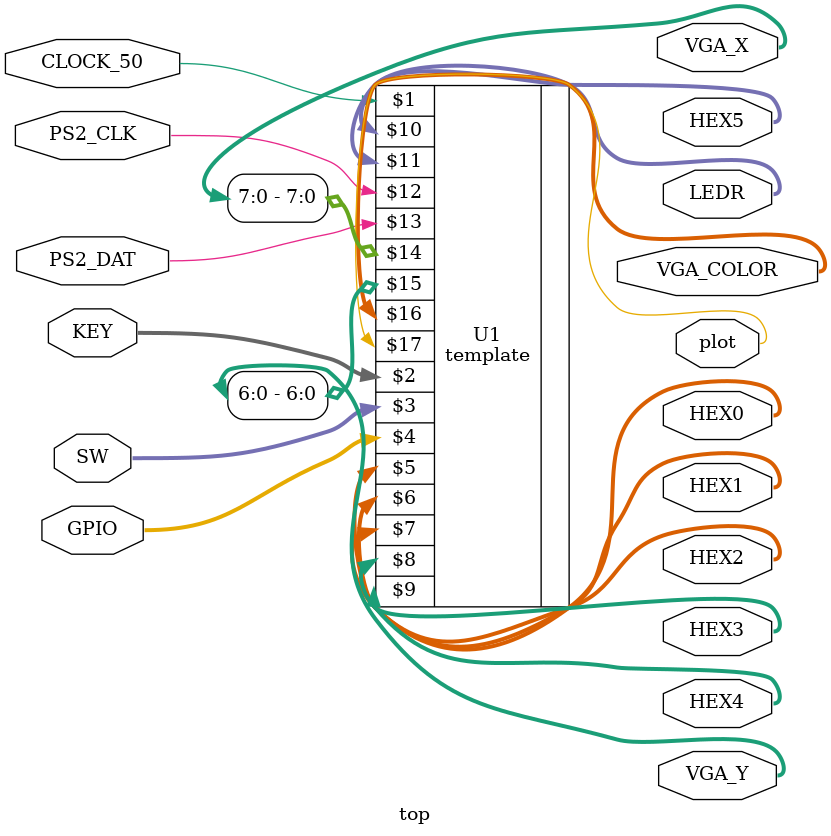
<source format=v>

`include "resolution.v" // determine VGA resolution
 
`default_nettype none

module top (CLOCK_50, KEY, SW, GPIO, HEX0, HEX1, HEX2, HEX3, HEX4, HEX5, LEDR,
            PS2_CLK, PS2_DAT, VGA_X, VGA_Y, VGA_COLOR, plot);


    input  wire         CLOCK_50;   // DE-series 50 MHz clock signal
    input  wire [ 3: 0] KEY;        // DE-series pushbuttons
    input  wire [ 9: 0] SW;         // DE-series switches
    inout  wire [31: 0] GPIO;       // DE-series 40-pin header
    output wire [ 6: 0] HEX0;       // DE-series HEX displays
    output wire [ 6: 0] HEX1;
    output wire [ 6: 0] HEX2;
    output wire [ 6: 0] HEX3;
    output wire [ 6: 0] HEX4;
    output wire [ 6: 0] HEX5;
    output wire [ 9: 0] LEDR;       // DE-series LEDs

    inout  wire         PS2_CLK;    // PS/2 Clock
    inout  wire         PS2_DAT;    // PS/2 Data

    output wire [ 9: 0] VGA_X;      // "VGA" column
    output wire [ 8: 0] VGA_Y;      // "VGA" row
    output wire [ 23: 0] VGA_COLOR; // "VGA pixel" colour (0-7)
    output wire         plot;       // "Pixel" is drawn when this is pulsed

    parameter n = `ifdef VGA_640_480 10 `elsif VGA_320_240 9 `else 8 `endif ; // VGA x bitwidth
    template U1 (CLOCK_50, KEY, SW, GPIO, HEX0, HEX1, HEX2, HEX3, HEX4, HEX5, LEDR,
                 PS2_CLK, PS2_DAT, VGA_X[n-1:0], VGA_Y[n-2:0], VGA_COLOR, plot);
    
endmodule


</source>
